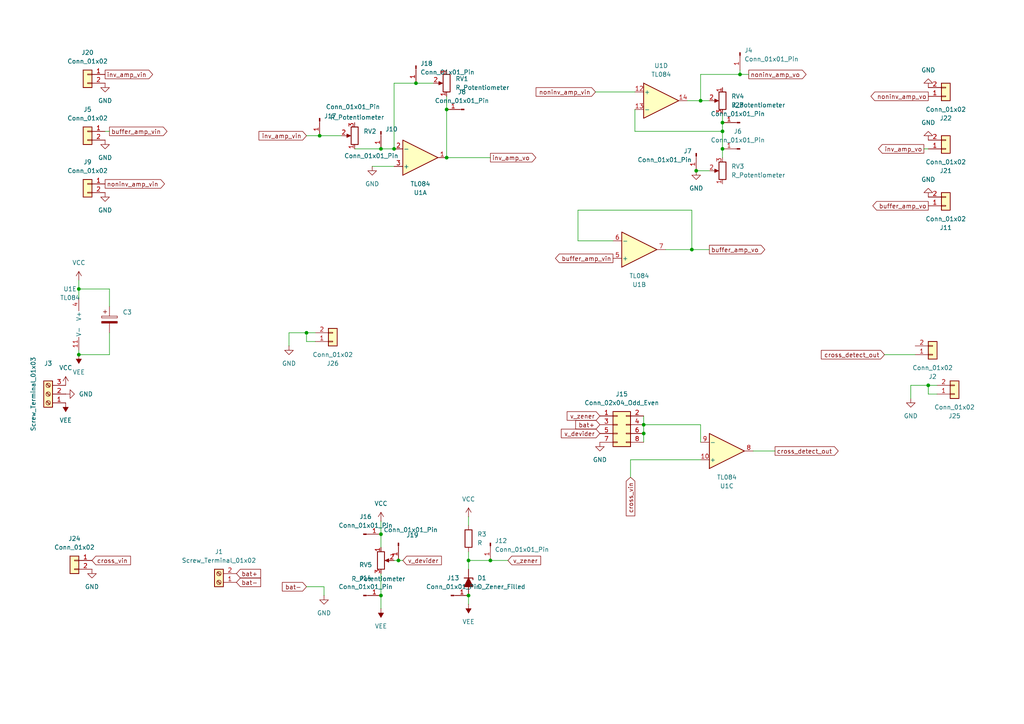
<source format=kicad_sch>
(kicad_sch (version 20250114) (generator "eeschema") (generator_version "9.0")
  (paper "A4")
  (lib_symbols
    (symbol "Amplifier_Operational:TL084" (pin_names (offset 0.127))
      (property "Reference" "U" (at 0 5.08 0))
      (property "Value" "TL084" (at 0 -5.08 0))
      (symbol "TL084_1_1"
        (polyline (pts (xy -5.08 5.08) (xy 5.08 0) (xy -5.08 -5.08) (xy -5.08 5.08)) (stroke (width 0.254)) (fill (type background)))
        (pin input line (at -7.62 2.54 0) (length 2.54) (name "+") (number "3"))
        (pin input line (at -7.62 -2.54 0) (length 2.54) (name "-") (number "2"))
        (pin output line (at 7.62 0 180) (length 2.54) (name "~") (number "1"))
      )
      (symbol "TL084_2_1"
        (polyline (pts (xy -5.08 5.08) (xy 5.08 0) (xy -5.08 -5.08) (xy -5.08 5.08)) (stroke (width 0.254)) (fill (type background)))
        (pin input line (at -7.62 2.54 0) (length 2.54) (name "+") (number "5"))
        (pin input line (at -7.62 -2.54 0) (length 2.54) (name "-") (number "6"))
        (pin output line (at 7.62 0 180) (length 2.54) (name "~") (number "7"))
      )
      (symbol "TL084_3_1"
        (polyline (pts (xy -5.08 5.08) (xy 5.08 0) (xy -5.08 -5.08) (xy -5.08 5.08)) (stroke (width 0.254)) (fill (type background)))
        (pin input line (at -7.62 2.54 0) (length 2.54) (name "+") (number "10"))
        (pin input line (at -7.62 -2.54 0) (length 2.54) (name "-") (number "9"))
        (pin output line (at 7.62 0 180) (length 2.54) (name "~") (number "8"))
      )
      (symbol "TL084_4_1"
        (polyline (pts (xy -5.08 5.08) (xy 5.08 0) (xy -5.08 -5.08) (xy -5.08 5.08)) (stroke (width 0.254)) (fill (type background)))
        (pin input line (at -7.62 2.54 0) (length 2.54) (name "+") (number "12"))
        (pin input line (at -7.62 -2.54 0) (length 2.54) (name "-") (number "13"))
        (pin output line (at 7.62 0 180) (length 2.54) (name "~") (number "14"))
      )
      (symbol "TL084_5_1"
        (pin power_in line (at -2.54 7.62 270) (length 3.81) (name "V+") (number "4"))
        (pin power_in line (at -2.54 -7.62 90) (length 3.81) (name "V-") (number "11"))
      )
    )
    (symbol "Connector:Conn_01x01_Pin" (pin_names (offset 1.016) (hide yes))
      (property "Reference" "J" (at 0 2.54 0))
      (property "Value" "Conn_01x01_Pin" (at 0 -2.54 0))
      (symbol "Conn_01x01_Pin_1_1"
        (rectangle (start 0.8636 0.127) (end 0 -0.127) (stroke (width 0.1524)) (fill (type outline)))
        (polyline (pts (xy 1.27 0) (xy 0.8636 0)) (stroke (width 0.1524)))
        (pin passive line (at 5.08 0 180) (length 3.81) (name "Pin_1") (number "1"))
      )
    )
    (symbol "Connector:Screw_Terminal_01x02" (pin_names (offset 1.016) (hide yes))
      (property "Reference" "J" (at 0 2.54 0))
      (property "Value" "Screw_Terminal_01x02" (at 0 -5.08 0))
      (symbol "Screw_Terminal_01x02_1_1"
        (rectangle (start -1.27 1.27) (end 1.27 -3.81) (stroke (width 0.254)) (fill (type background)))
        (polyline (pts (xy -0.5334 0.3302) (xy 0.3302 -0.508)) (stroke (width 0.1524)))
        (polyline (pts (xy -0.5334 -2.2098) (xy 0.3302 -3.048)) (stroke (width 0.1524)))
        (polyline (pts (xy -0.3556 0.508) (xy 0.508 -0.3302)) (stroke (width 0.1524)))
        (polyline (pts (xy -0.3556 -2.032) (xy 0.508 -2.8702)) (stroke (width 0.1524)))
        (circle (center 0 0) (radius 0.635) (stroke (width 0.1524)))
        (circle (center 0 -2.54) (radius 0.635) (stroke (width 0.1524)))
        (pin passive line (at -5.08 0 0) (length 3.81) (name "Pin_1") (number "1"))
        (pin passive line (at -5.08 -2.54 0) (length 3.81) (name "Pin_2") (number "2"))
      )
    )
    (symbol "Connector:Screw_Terminal_01x03" (pin_names (offset 1.016) (hide yes))
      (property "Reference" "J" (at 0 5.08 0))
      (property "Value" "Screw_Terminal_01x03" (at 0 -5.08 0))
      (symbol "Screw_Terminal_01x03_1_1"
        (rectangle (start -1.27 3.81) (end 1.27 -3.81) (stroke (width 0.254)) (fill (type background)))
        (polyline (pts (xy -0.5334 2.8702) (xy 0.3302 2.032)) (stroke (width 0.1524)))
        (polyline (pts (xy -0.5334 0.3302) (xy 0.3302 -0.508)) (stroke (width 0.1524)))
        (polyline (pts (xy -0.5334 -2.2098) (xy 0.3302 -3.048)) (stroke (width 0.1524)))
        (polyline (pts (xy -0.3556 3.048) (xy 0.508 2.2098)) (stroke (width 0.1524)))
        (polyline (pts (xy -0.3556 0.508) (xy 0.508 -0.3302)) (stroke (width 0.1524)))
        (polyline (pts (xy -0.3556 -2.032) (xy 0.508 -2.8702)) (stroke (width 0.1524)))
        (circle (center 0 2.54) (radius 0.635) (stroke (width 0.1524)))
        (circle (center 0 0) (radius 0.635) (stroke (width 0.1524)))
        (circle (center 0 -2.54) (radius 0.635) (stroke (width 0.1524)))
        (pin passive line (at -5.08 2.54 0) (length 3.81) (name "Pin_1") (number "1"))
        (pin passive line (at -5.08 0 0) (length 3.81) (name "Pin_2") (number "2"))
        (pin passive line (at -5.08 -2.54 0) (length 3.81) (name "Pin_3") (number "3"))
      )
    )
    (symbol "Connector_Generic:Conn_01x02" (pin_names (offset 1.016) (hide yes))
      (property "Reference" "J" (at 0 2.54 0))
      (property "Value" "Conn_01x02" (at 0 -5.08 0))
      (symbol "Conn_01x02_1_1"
        (rectangle (start -1.27 1.27) (end 1.27 -3.81) (stroke (width 0.254)) (fill (type background)))
        (rectangle (start -1.27 0.127) (end 0 -0.127) (stroke (width 0.1524)))
        (rectangle (start -1.27 -2.413) (end 0 -2.667) (stroke (width 0.1524)))
        (pin passive line (at -5.08 0 0) (length 3.81) (name "Pin_1") (number "1"))
        (pin passive line (at -5.08 -2.54 0) (length 3.81) (name "Pin_2") (number "2"))
      )
    )
    (symbol "Connector_Generic:Conn_02x04_Odd_Even" (pin_names (offset 1.016) (hide yes))
      (property "Reference" "J" (at 1.27 5.08 0))
      (property "Value" "Conn_02x04_Odd_Even" (at 1.27 -7.62 0))
      (symbol "Conn_02x04_Odd_Even_1_1"
        (rectangle (start -1.27 3.81) (end 3.81 -6.35) (stroke (width 0.254)) (fill (type background)))
        (rectangle (start -1.27 2.667) (end 0 2.413) (stroke (width 0.1524)))
        (rectangle (start -1.27 0.127) (end 0 -0.127) (stroke (width 0.1524)))
        (rectangle (start -1.27 -2.413) (end 0 -2.667) (stroke (width 0.1524)))
        (rectangle (start -1.27 -4.953) (end 0 -5.207) (stroke (width 0.1524)))
        (rectangle (start 3.81 2.667) (end 2.54 2.413) (stroke (width 0.1524)))
        (rectangle (start 3.81 0.127) (end 2.54 -0.127) (stroke (width 0.1524)))
        (rectangle (start 3.81 -2.413) (end 2.54 -2.667) (stroke (width 0.1524)))
        (rectangle (start 3.81 -4.953) (end 2.54 -5.207) (stroke (width 0.1524)))
        (pin passive line (at -5.08 2.54 0) (length 3.81) (name "Pin_1") (number "1"))
        (pin passive line (at -5.08 0 0) (length 3.81) (name "Pin_3") (number "3"))
        (pin passive line (at -5.08 -2.54 0) (length 3.81) (name "Pin_5") (number "5"))
        (pin passive line (at -5.08 -5.08 0) (length 3.81) (name "Pin_7") (number "7"))
        (pin passive line (at 7.62 2.54 180) (length 3.81) (name "Pin_2") (number "2"))
        (pin passive line (at 7.62 0 180) (length 3.81) (name "Pin_4") (number "4"))
        (pin passive line (at 7.62 -2.54 180) (length 3.81) (name "Pin_6") (number "6"))
        (pin passive line (at 7.62 -5.08 180) (length 3.81) (name "Pin_8") (number "8"))
      )
    )
    (symbol "Device:C_Polarized" (pin_numbers (hide yes)) (pin_names (offset 0.254))
      (property "Reference" "C" (at 0.635 2.54 0))
      (property "Value" "C_Polarized" (at 0.635 -2.54 0))
      (symbol "C_Polarized_0_1"
        (rectangle (start -2.286 0.508) (end 2.286 1.016))
        (polyline (pts (xy -1.778 2.286) (xy -0.762 2.286)))
        (polyline (pts (xy -1.27 2.794) (xy -1.27 1.778)))
        (rectangle (start 2.286 -0.508) (end -2.286 -1.016) (fill (type outline)))
      )
      (symbol "C_Polarized_1_1"
        (pin passive line (at 0 3.81 270) (length 2.794) (name "~") (number "1"))
        (pin passive line (at 0 -3.81 90) (length 2.794) (name "~") (number "2"))
      )
    )
    (symbol "Device:D_Zener_Filled" (pin_numbers (hide yes)) (pin_names (offset 1.016) (hide yes))
      (property "Reference" "D" (at 0 2.54 0))
      (property "Value" "D_Zener_Filled" (at 0 -2.54 0))
      (symbol "D_Zener_Filled_0_1"
        (polyline (pts (xy -1.27 -1.27) (xy -1.27 1.27) (xy -0.762 1.27)) (stroke (width 0.254)))
        (polyline (pts (xy 1.27 0) (xy -1.27 0)))
        (polyline (pts (xy 1.27 -1.27) (xy 1.27 1.27) (xy -1.27 0) (xy 1.27 -1.27)) (stroke (width 0.254)) (fill (type outline)))
      )
      (symbol "D_Zener_Filled_1_1"
        (pin passive line (at -3.81 0 0) (length 2.54) (name "K") (number "1"))
        (pin passive line (at 3.81 0 180) (length 2.54) (name "A") (number "2"))
      )
    )
    (symbol "Device:R" (pin_numbers (hide yes)) (pin_names (offset 0))
      (property "Reference" "R" (at 2.032 0 90))
      (property "Value" "R" (at 0 0 90))
      (symbol "R_0_1"
        (rectangle (start -1.016 -2.54) (end 1.016 2.54) (stroke (width 0.254)))
      )
      (symbol "R_1_1"
        (pin passive line (at 0 3.81 270) (length 1.27) (name "~") (number "1"))
        (pin passive line (at 0 -3.81 90) (length 1.27) (name "~") (number "2"))
      )
    )
    (symbol "Device:R_Potentiometer" (pin_names (offset 1.016) (hide yes))
      (property "Reference" "RV" (at -4.445 0 90))
      (property "Value" "R_Potentiometer" (at -2.54 0 90))
      (symbol "R_Potentiometer_0_1"
        (rectangle (start 1.016 2.54) (end -1.016 -2.54) (stroke (width 0.254)))
        (polyline (pts (xy 1.143 0) (xy 2.286 0.508) (xy 2.286 -0.508) (xy 1.143 0)) (fill (type outline)))
        (polyline (pts (xy 2.54 0) (xy 1.524 0)))
      )
      (symbol "R_Potentiometer_1_1"
        (pin passive line (at 0 3.81 270) (length 1.27) (name "1") (number "1"))
        (pin passive line (at 0 -3.81 90) (length 1.27) (name "3") (number "3"))
        (pin passive line (at 3.81 0 180) (length 1.27) (name "2") (number "2"))
      )
    )
    (symbol "power:GND" (power) (pin_numbers (hide yes)) (pin_names (offset 0) (hide yes))
      (property "Value" "GND" (at 0 -3.81 0))
      (symbol "GND_0_1"
        (polyline (pts (xy 0 0) (xy 0 -1.27) (xy 1.27 -1.27) (xy 0 -2.54) (xy -1.27 -1.27) (xy 0 -1.27)))
      )
      (symbol "GND_1_1"
        (pin power_in line (at 0 0 270) (length 0) (name "~") (number "1"))
      )
    )
    (symbol "power:VCC" (power) (pin_numbers (hide yes)) (pin_names (offset 0) (hide yes))
      (property "Value" "VCC" (at 0 3.556 0))
      (symbol "VCC_0_1"
        (polyline (pts (xy -0.762 1.27) (xy 0 2.54)))
        (polyline (pts (xy 0 2.54) (xy 0.762 1.27)))
        (polyline (pts (xy 0 0) (xy 0 2.54)))
      )
      (symbol "VCC_1_1"
        (pin power_in line (at 0 0 90) (length 0) (name "~") (number "1"))
      )
    )
    (symbol "power:VEE" (power) (pin_numbers (hide yes)) (pin_names (offset 0) (hide yes))
      (property "Value" "VEE" (at 0 3.556 0))
      (symbol "VEE_0_1"
        (polyline (pts (xy 0 0) (xy 0 2.54)))
        (polyline (pts (xy 0.762 1.27) (xy -0.762 1.27) (xy 0 2.54) (xy 0.762 1.27)) (fill (type outline)))
      )
      (symbol "VEE_1_1"
        (pin power_in line (at 0 0 90) (length 0) (name "~") (number "1"))
      )
    )
  )
  (junction (at 110.49 172.72))
  (junction (at 22.86 102.87))
  (junction (at 203.2 29.21))
  (junction (at 214.63 21.59))
  (junction (at 120.65 24.13))
  (junction (at 142.24 162.56))
  (junction (at 209.55 43.18))
  (junction (at 92.71 39.37))
  (junction (at 129.54 31.75))
  (junction (at 110.49 154.94))
  (junction (at 209.55 38.1))
  (junction (at 186.69 123.19))
  (junction (at 88.9 96.52))
  (junction (at 114.3 43.18))
  (junction (at 135.89 162.56))
  (junction (at 129.54 45.72))
  (junction (at 110.49 43.18))
  (junction (at 22.86 83.82))
  (junction (at 200.66 72.39))
  (junction (at 115.57 162.56))
  (junction (at 201.93 49.53))
  (junction (at 135.89 172.72))
  (junction (at 209.55 35.56))
  (junction (at 269.24 111.76))
  (junction (at 186.69 125.73))
  (wire (pts (xy 30.48 38.1) (xy 31.75 38.1)))
  (wire (pts (xy 129.54 31.75) (xy 129.54 27.94)))
  (wire (pts (xy 172.72 26.67) (xy 184.15 26.67)))
  (wire (pts (xy 114.3 24.13) (xy 120.65 24.13)))
  (wire (pts (xy 214.63 20.32) (xy 214.63 21.59)))
  (wire (pts (xy 200.66 72.39) (xy 205.74 72.39)))
  (wire (pts (xy 102.87 43.18) (xy 110.49 43.18)))
  (wire (pts (xy 129.54 45.72) (xy 129.54 31.75)))
  (wire (pts (xy 22.86 83.82) (xy 31.75 83.82)))
  (wire (pts (xy 88.9 39.37) (xy 92.71 39.37)))
  (wire (pts (xy 88.9 96.52) (xy 91.44 96.52)))
  (wire (pts (xy 264.16 111.76) (xy 269.24 111.76)))
  (wire (pts (xy 120.65 24.13) (xy 125.73 24.13)))
  (wire (pts (xy 203.2 29.21) (xy 205.74 29.21)))
  (wire (pts (xy 193.04 72.39) (xy 200.66 72.39)))
  (wire (pts (xy 209.55 35.56) (xy 209.55 38.1)))
  (wire (pts (xy 269.24 111.76) (xy 271.78 111.76)))
  (wire (pts (xy 22.86 83.82) (xy 22.86 86.36)))
  (wire (pts (xy 110.49 166.37) (xy 110.49 172.72)))
  (wire (pts (xy 83.82 96.52) (xy 83.82 100.33)))
  (wire (pts (xy 107.95 48.26) (xy 114.3 48.26)))
  (wire (pts (xy 88.9 170.18) (xy 93.98 170.18)))
  (wire (pts (xy 214.63 21.59) (xy 203.2 21.59)))
  (wire (pts (xy 182.88 138.43) (xy 182.88 133.35)))
  (wire (pts (xy 142.24 162.56) (xy 147.32 162.56)))
  (wire (pts (xy 22.86 102.87) (xy 22.86 101.6)))
  (wire (pts (xy 201.93 49.53) (xy 205.74 49.53)))
  (wire (pts (xy 31.75 88.9) (xy 31.75 83.82)))
  (wire (pts (xy 209.55 33.02) (xy 209.55 35.56)))
  (wire (pts (xy 88.9 99.06) (xy 88.9 96.52)))
  (wire (pts (xy 142.24 45.72) (xy 129.54 45.72)))
  (wire (pts (xy 135.89 149.86) (xy 135.89 152.4)))
  (wire (pts (xy 217.17 21.59) (xy 214.63 21.59)))
  (wire (pts (xy 224.79 130.81) (xy 218.44 130.81)))
  (wire (pts (xy 269.24 114.3) (xy 269.24 111.76)))
  (wire (pts (xy 110.49 154.94) (xy 110.49 158.75)))
  (wire (pts (xy 83.82 96.52) (xy 88.9 96.52)))
  (wire (pts (xy 269.24 43.18) (xy 267.97 43.18)))
  (wire (pts (xy 167.64 69.85) (xy 177.8 69.85)))
  (wire (pts (xy 256.54 102.87) (xy 265.43 102.87)))
  (wire (pts (xy 135.89 160.02) (xy 135.89 162.56)))
  (wire (pts (xy 167.64 60.96) (xy 200.66 60.96)))
  (wire (pts (xy 22.86 102.87) (xy 31.75 102.87)))
  (wire (pts (xy 114.3 162.56) (xy 115.57 162.56)))
  (wire (pts (xy 184.15 38.1) (xy 209.55 38.1)))
  (wire (pts (xy 93.98 170.18) (xy 93.98 172.72)))
  (wire (pts (xy 31.75 96.52) (xy 31.75 102.87)))
  (wire (pts (xy 199.39 29.21) (xy 203.2 29.21)))
  (wire (pts (xy 115.57 162.56) (xy 116.84 162.56)))
  (wire (pts (xy 203.2 123.19) (xy 203.2 128.27)))
  (wire (pts (xy 91.44 99.06) (xy 88.9 99.06)))
  (wire (pts (xy 92.71 39.37) (xy 99.06 39.37)))
  (wire (pts (xy 271.78 114.3) (xy 269.24 114.3)))
  (wire (pts (xy 114.3 24.13) (xy 114.3 43.18)))
  (wire (pts (xy 209.55 38.1) (xy 209.55 43.18)))
  (wire (pts (xy 186.69 120.65) (xy 186.69 123.19)))
  (wire (pts (xy 110.49 172.72) (xy 110.49 176.53)))
  (wire (pts (xy 264.16 111.76) (xy 264.16 115.57)))
  (wire (pts (xy 167.64 69.85) (xy 167.64 60.96)))
  (wire (pts (xy 186.69 125.73) (xy 186.69 128.27)))
  (wire (pts (xy 135.89 172.72) (xy 135.89 175.26)))
  (wire (pts (xy 110.49 43.18) (xy 114.3 43.18)))
  (wire (pts (xy 142.24 162.56) (xy 135.89 162.56)))
  (wire (pts (xy 203.2 21.59) (xy 203.2 29.21)))
  (wire (pts (xy 184.15 31.75) (xy 184.15 38.1)))
  (wire (pts (xy 200.66 60.96) (xy 200.66 72.39)))
  (wire (pts (xy 110.49 151.13) (xy 110.49 154.94)))
  (wire (pts (xy 135.89 162.56) (xy 135.89 165.1)))
  (wire (pts (xy 186.69 123.19) (xy 186.69 125.73)))
  (wire (pts (xy 186.69 123.19) (xy 203.2 123.19)))
  (wire (pts (xy 209.55 43.18) (xy 209.55 45.72)))
  (wire (pts (xy 22.86 81.28) (xy 22.86 83.82)))
  (wire (pts (xy 182.88 133.35) (xy 203.2 133.35)))
  (global_label "cross_vin" (shape input) (at 182.88 138.43 270) (property "Intersheetrefs" "${INTERSHEET_REFS}" (effects (hide yes))))
  (global_label "bat-" (shape input) (at 68.58 168.91 0) (property "Intersheetrefs" "${INTERSHEET_REFS}" (effects (hide yes))))
  (global_label "bat+" (shape input) (at 68.58 166.37 0) (property "Intersheetrefs" "${INTERSHEET_REFS}" (effects (hide yes))))
  (global_label "v_devider" (shape input) (at 173.99 125.73 180) (property "Intersheetrefs" "${INTERSHEET_REFS}" (effects (hide yes))))
  (global_label "v_devider" (shape input) (at 116.84 162.56 0) (property "Intersheetrefs" "${INTERSHEET_REFS}" (effects (hide yes))))
  (global_label "inv_amp_vin" (shape input) (at 88.9 39.37 180) (property "Intersheetrefs" "${INTERSHEET_REFS}" (effects (hide yes))))
  (global_label "inv_amp_vo" (shape output) (at 267.97 43.18 180) (property "Intersheetrefs" "${INTERSHEET_REFS}" (effects (hide yes))))
  (global_label "bat+" (shape input) (at 173.99 123.19 180) (property "Intersheetrefs" "${INTERSHEET_REFS}" (effects (hide yes))))
  (global_label "cross_detect_out" (shape output) (at 224.79 130.81 0) (property "Intersheetrefs" "${INTERSHEET_REFS}" (effects (hide yes))))
  (global_label "cross_vin" (shape input) (at 26.67 162.56 0) (property "Intersheetrefs" "${INTERSHEET_REFS}" (effects (hide yes))))
  (global_label "noninv_amp_vo" (shape output) (at 269.24 27.94 180) (property "Intersheetrefs" "${INTERSHEET_REFS}" (effects (hide yes))))
  (global_label "noninv_amp_vin" (shape input) (at 172.72 26.67 180) (property "Intersheetrefs" "${INTERSHEET_REFS}" (effects (hide yes))))
  (global_label "cross_detect_out" (shape input) (at 256.54 102.87 180) (property "Intersheetrefs" "${INTERSHEET_REFS}" (effects (hide yes))))
  (global_label "buffer_amp_vo" (shape output) (at 269.24 59.69 180) (property "Intersheetrefs" "${INTERSHEET_REFS}" (effects (hide yes))))
  (global_label "v_zener" (shape input) (at 173.99 120.65 180) (property "Intersheetrefs" "${INTERSHEET_REFS}" (effects (hide yes))))
  (global_label "noninv_amp_vo" (shape output) (at 217.17 21.59 0) (property "Intersheetrefs" "${INTERSHEET_REFS}" (effects (hide yes))))
  (global_label "bat-" (shape input) (at 88.9 170.18 180) (property "Intersheetrefs" "${INTERSHEET_REFS}" (effects (hide yes))))
  (global_label "noninv_amp_vin" (shape output) (at 30.48 53.34 0) (property "Intersheetrefs" "${INTERSHEET_REFS}" (effects (hide yes))))
  (global_label "inv_amp_vin" (shape output) (at 30.48 21.59 0) (property "Intersheetrefs" "${INTERSHEET_REFS}" (effects (hide yes))))
  (global_label "inv_amp_vo" (shape output) (at 142.24 45.72 0) (property "Intersheetrefs" "${INTERSHEET_REFS}" (effects (hide yes))))
  (global_label "buffer_amp_vin" (shape output) (at 31.75 38.1 0) (property "Intersheetrefs" "${INTERSHEET_REFS}" (effects (hide yes))))
  (global_label "v_zener" (shape input) (at 147.32 162.56 0) (property "Intersheetrefs" "${INTERSHEET_REFS}" (effects (hide yes))))
  (global_label "buffer_amp_vin" (shape output) (at 177.8 74.93 180) (property "Intersheetrefs" "${INTERSHEET_REFS}" (effects (hide yes))))
  (global_label "buffer_amp_vo" (shape output) (at 205.74 72.39 0) (property "Intersheetrefs" "${INTERSHEET_REFS}" (effects (hide yes))))
  (symbol (lib_id "Connector_Generic:Conn_01x02") (at 274.32 43.18 0) (mirror x) (unit 1)
    (property "Reference" "J21" (at 274.32 49.53 0))
    (property "Value" "Conn_01x02" (at 274.32 46.99 0))
    (property "Footprint" "Connector_PinHeader_2.54mm:PinHeader_1x02_P2.54mm_input" (effects (hide yes)))
    (property "Description" "Generic connector, single row, 01x02, script generated (kicad-library-utils/schlib/autogen/connector/)" (effects (hide yes)))
  )
  (symbol (lib_id "Device:D_Zener_Filled") (at 135.89 168.91 270) (unit 1)
    (property "Reference" "D1" (at 138.43 167.6399 90) (effects (justify left)))
    (property "Value" "D_Zener_Filled" (at 138.43 170.1799 90) (effects (justify left)))
    (property "Footprint" "Diode_THT:D_A-405_P10.16mm_Horizontal" (effects (hide yes)))
    (property "Description" "Zener diode, filled shape" (effects (hide yes)))
  )
  (symbol (lib_id "Connector:Conn_01x01_Pin") (at 120.65 19.05 270) (unit 1)
    (property "Reference" "J18" (at 121.92 18.4149 90) (effects (justify left)))
    (property "Value" "Conn_01x01_Pin" (at 121.92 20.9549 90) (effects (justify left)))
    (property "Footprint" "Connector_PinHeader_2.54mm:PinHeader_1x01_P2.54mm_Vertical" (effects (hide yes)))
    (property "Description" "Generic connector, single row, 01x01, script generated" (effects (hide yes)))
  )
  (symbol (lib_id "Amplifier_Operational:TL084") (at 185.42 72.39 0) (mirror x) (unit 2)
    (property "Reference" "U1" (at 185.42 82.55 0))
    (property "Value" "TL084" (at 185.42 80.01 0))
    (property "Footprint" "Package_DIP:DIP-14_W7.62mm_Socket_LongPads" (effects (hide yes)))
    (property "Datasheet" "http://www.ti.com/lit/ds/symlink/tl081.pdf" (effects (hide yes)))
    (property "Description" "Quad JFET-Input Operational Amplifiers, DIP-14/SOIC-14/SSOP-14" (effects (hide yes)))
  )
  (symbol (lib_id "power:VEE") (at 19.05 116.84 180) (unit 1)
    (property "Reference" "#PWR010" (effects (hide yes)))
    (property "Value" "VEE" (at 19.05 121.92 0))
    (property "Description" "Power symbol creates a global label with name \"VEE\"" (effects (hide yes)))
  )
  (symbol (lib_id "Connector:Conn_01x01_Pin") (at 142.24 157.48 270) (unit 1)
    (property "Reference" "J12" (at 143.51 156.8449 90) (effects (justify left)))
    (property "Value" "Conn_01x01_Pin" (at 143.51 159.3849 90) (effects (justify left)))
    (property "Footprint" "Connector_PinHeader_2.54mm:PinHeader_1x01_P2.54mm_Vertical" (effects (hide yes)))
    (property "Description" "Generic connector, single row, 01x01, script generated" (effects (hide yes)))
  )
  (symbol (lib_id "Connector_Generic:Conn_01x02") (at 25.4 53.34 0) (mirror y) (unit 1)
    (property "Reference" "J9" (at 25.4 46.99 0))
    (property "Value" "Conn_01x02" (at 25.4 49.53 0))
    (property "Footprint" "Connector_PinHeader_2.54mm:PinHeader_1x02_P2.54mm_input" (effects (hide yes)))
    (property "Description" "Generic connector, single row, 01x02, script generated (kicad-library-utils/schlib/autogen/connector/)" (effects (hide yes)))
  )
  (symbol (lib_id "power:GND") (at 26.67 165.1 0) (unit 1)
    (property "Reference" "#PWR014" (effects (hide yes)))
    (property "Value" "GND" (at 26.67 170.18 0))
    (property "Description" "Power symbol creates a global label with name \"GND\" , ground" (effects (hide yes)))
  )
  (symbol (lib_id "Device:R_Potentiometer") (at 110.49 162.56 0) (unit 1)
    (property "Reference" "RV5" (at 107.95 163.8301 0) (effects (justify right)))
    (property "Value" "R_Potentiometer" (at 117.602 167.894 0) (effects (justify right)))
    (property "Footprint" "Potentiometer_THT:Potentiometer_ACP_CA9-H5_Horizontal" (effects (hide yes)))
    (property "Description" "Potentiometer" (effects (hide yes)))
  )
  (symbol (lib_id "power:VEE") (at 22.86 102.87 180) (unit 1)
    (property "Reference" "#PWR011" (effects (hide yes)))
    (property "Value" "VEE" (at 22.86 107.95 0))
    (property "Description" "Power symbol creates a global label with name \"VEE\"" (effects (hide yes)))
  )
  (symbol (lib_id "power:VEE") (at 135.89 175.26 180) (unit 1)
    (property "Reference" "#PWR04" (effects (hide yes)))
    (property "Value" "VEE" (at 135.89 180.34 0))
    (property "Description" "Power symbol creates a global label with name \"VEE\"" (effects (hide yes)))
  )
  (symbol (lib_id "power:GND") (at 93.98 172.72 0) (unit 1)
    (property "Reference" "#PWR05" (effects (hide yes)))
    (property "Value" "GND" (at 93.98 177.8 0))
    (property "Description" "Power symbol creates a global label with name \"GND\" , ground" (effects (hide yes)))
  )
  (symbol (lib_id "Connector_Generic:Conn_01x02") (at 21.59 162.56 0) (mirror y) (unit 1)
    (property "Reference" "J24" (at 21.59 156.21 0))
    (property "Value" "Conn_01x02" (at 21.59 158.75 0))
    (property "Footprint" "Connector_PinHeader_2.54mm:PinHeader_1x02_P2.54mm_input" (effects (hide yes)))
    (property "Description" "Generic connector, single row, 01x02, script generated (kicad-library-utils/schlib/autogen/connector/)" (effects (hide yes)))
  )
  (symbol (lib_id "Connector:Conn_01x01_Pin") (at 115.57 157.48 90) (mirror x) (unit 1)
    (property "Reference" "J19" (at 121.412 155.194 90) (effects (justify left)))
    (property "Value" "Conn_01x01_Pin" (at 127 153.67 90) (effects (justify left)))
    (property "Footprint" "Connector_PinHeader_2.54mm:PinHeader_1x01_P2.54mm_Vertical" (effects (hide yes)))
    (property "Description" "Generic connector, single row, 01x01, script generated" (effects (hide yes)))
  )
  (symbol (lib_id "Connector:Conn_01x01_Pin") (at 134.62 31.75 180) (unit 1)
    (property "Reference" "J8" (at 133.985 26.67 0))
    (property "Value" "Conn_01x01_Pin" (at 133.985 29.21 0))
    (property "Footprint" "Connector_PinHeader_2.54mm:PinHeader_1x01_P2.54mm_Vertical" (effects (hide yes)))
    (property "Description" "Generic connector, single row, 01x01, script generated" (effects (hide yes)))
  )
  (symbol (lib_id "power:GND") (at 269.24 40.64 180) (unit 1)
    (property "Reference" "#PWR021" (effects (hide yes)))
    (property "Value" "GND" (at 269.24 35.56 0))
    (property "Description" "Power symbol creates a global label with name \"GND\" , ground" (effects (hide yes)))
  )
  (symbol (lib_id "power:GND") (at 83.82 100.33 0) (unit 1)
    (property "Reference" "#PWR015" (effects (hide yes)))
    (property "Value" "GND" (at 83.82 105.41 0))
    (property "Description" "Power symbol creates a global label with name \"GND\" , ground" (effects (hide yes)))
  )
  (symbol (lib_id "power:GND") (at 269.24 25.4 180) (unit 1)
    (property "Reference" "#PWR022" (effects (hide yes)))
    (property "Value" "GND" (at 269.24 20.32 0))
    (property "Description" "Power symbol creates a global label with name \"GND\" , ground" (effects (hide yes)))
  )
  (symbol (lib_id "Device:R_Potentiometer") (at 209.55 49.53 180) (unit 1)
    (property "Reference" "RV3" (at 212.09 48.2599 0) (effects (justify right)))
    (property "Value" "R_Potentiometer" (at 212.09 50.7999 0) (effects (justify right)))
    (property "Footprint" "Potentiometer_THT:Potentiometer_ACP_CA9-H5_Horizontal" (effects (hide yes)))
    (property "Description" "Potentiometer" (effects (hide yes)))
  )
  (symbol (lib_id "Device:R") (at 135.89 156.21 0) (unit 1)
    (property "Reference" "R3" (at 138.43 154.9399 0) (effects (justify left)))
    (property "Value" "R" (at 138.43 157.4799 0) (effects (justify left)))
    (property "Footprint" "Resistor_THT:R_Axial_DIN0207_L6.3mm_D2.5mm_P7.62mm_Horizontal" (effects (hide yes)))
    (property "Description" "Resistor" (effects (hide yes)))
  )
  (symbol (lib_id "Connector:Conn_01x01_Pin") (at 105.41 172.72 0) (unit 1)
    (property "Reference" "J14" (at 106.045 167.64 0))
    (property "Value" "Conn_01x01_Pin" (at 106.045 170.18 0))
    (property "Footprint" "Connector_PinHeader_2.54mm:PinHeader_1x01_P2.54mm_Vertical" (effects (hide yes)))
    (property "Description" "Generic connector, single row, 01x01, script generated" (effects (hide yes)))
  )
  (symbol (lib_id "power:GND") (at 269.24 57.15 180) (unit 1)
    (property "Reference" "#PWR020" (effects (hide yes)))
    (property "Value" "GND" (at 269.24 52.07 0))
    (property "Description" "Power symbol creates a global label with name \"GND\" , ground" (effects (hide yes)))
  )
  (symbol (lib_id "Device:R_Potentiometer") (at 209.55 29.21 0) (mirror y) (unit 1)
    (property "Reference" "RV4" (at 212.09 27.9399 0) (effects (justify right)))
    (property "Value" "R_Potentiometer" (at 212.09 30.4799 0) (effects (justify right)))
    (property "Footprint" "Potentiometer_THT:Potentiometer_ACP_CA9-H5_Horizontal" (effects (hide yes)))
    (property "Description" "Potentiometer" (effects (hide yes)))
  )
  (symbol (lib_id "Connector:Conn_01x01_Pin") (at 105.41 154.94 0) (unit 1)
    (property "Reference" "J16" (at 106.045 149.86 0))
    (property "Value" "Conn_01x01_Pin" (at 106.045 152.4 0))
    (property "Footprint" "Connector_PinHeader_2.54mm:PinHeader_1x01_P2.54mm_Vertical" (effects (hide yes)))
    (property "Description" "Generic connector, single row, 01x01, script generated" (effects (hide yes)))
  )
  (symbol (lib_id "Connector_Generic:Conn_01x02") (at 25.4 38.1 0) (mirror y) (unit 1)
    (property "Reference" "J5" (at 25.4 31.75 0))
    (property "Value" "Conn_01x02" (at 25.4 34.29 0))
    (property "Footprint" "Connector_PinHeader_2.54mm:PinHeader_1x02_P2.54mm_input" (effects (hide yes)))
    (property "Description" "Generic connector, single row, 01x02, script generated (kicad-library-utils/schlib/autogen/connector/)" (effects (hide yes)))
  )
  (symbol (lib_id "Connector_Generic:Conn_01x02") (at 274.32 59.69 0) (mirror x) (unit 1)
    (property "Reference" "J11" (at 274.32 66.04 0))
    (property "Value" "Conn_01x02" (at 274.32 63.5 0))
    (property "Footprint" "Connector_PinHeader_2.54mm:PinHeader_1x02_P2.54mm_input" (effects (hide yes)))
    (property "Description" "Generic connector, single row, 01x02, script generated (kicad-library-utils/schlib/autogen/connector/)" (effects (hide yes)))
  )
  (symbol (lib_id "Connector_Generic:Conn_01x02") (at 274.32 27.94 0) (mirror x) (unit 1)
    (property "Reference" "J22" (at 274.32 34.29 0))
    (property "Value" "Conn_01x02" (at 274.32 31.75 0))
    (property "Footprint" "Connector_PinHeader_2.54mm:PinHeader_1x02_P2.54mm_input" (effects (hide yes)))
    (property "Description" "Generic connector, single row, 01x02, script generated (kicad-library-utils/schlib/autogen/connector/)" (effects (hide yes)))
  )
  (symbol (lib_id "power:VEE") (at 110.49 176.53 180) (unit 1)
    (property "Reference" "#PWR03" (effects (hide yes)))
    (property "Value" "VEE" (at 110.49 181.61 0))
    (property "Description" "Power symbol creates a global label with name \"VEE\"" (effects (hide yes)))
  )
  (symbol (lib_id "power:VCC") (at 135.89 149.86 0) (unit 1)
    (property "Reference" "#PWR07" (effects (hide yes)))
    (property "Value" "VCC" (at 135.89 144.78 0))
    (property "Description" "Power symbol creates a global label with name \"VCC\"" (effects (hide yes)))
  )
  (symbol (lib_id "Connector:Screw_Terminal_01x03") (at 13.97 114.3 180) (unit 1)
    (property "Reference" "J3" (at 13.97 105.41 0))
    (property "Value" "Screw_Terminal_01x03" (at 9.652 114.3 90))
    (property "Footprint" "TerminalBlock:TerminalBlock_MaiXu_MX126-5.0-03P_1x03_P5.00mm" (effects (hide yes)))
    (property "Description" "Generic screw terminal, single row, 01x03, script generated (kicad-library-utils/schlib/autogen/connector/)" (effects (hide yes)))
  )
  (symbol (lib_id "Connector:Screw_Terminal_01x02") (at 63.5 168.91 180) (unit 1)
    (property "Reference" "J1" (at 63.5 160.02 0))
    (property "Value" "Screw_Terminal_01x02" (at 63.5 162.56 0))
    (property "Footprint" "TerminalBlock:TerminalBlock_MaiXu_MX126-5.0-02P_1x02_P5.00mm" (effects (hide yes)))
    (property "Description" "Generic screw terminal, single row, 01x02, script generated (kicad-library-utils/schlib/autogen/connector/)" (effects (hide yes)))
  )
  (symbol (lib_id "Amplifier_Operational:TL084") (at 191.77 29.21 0) (unit 4)
    (property "Reference" "U1" (at 191.77 19.05 0))
    (property "Value" "TL084" (at 191.77 21.59 0))
    (property "Footprint" "Package_DIP:DIP-14_W7.62mm_Socket_LongPads" (effects (hide yes)))
    (property "Datasheet" "http://www.ti.com/lit/ds/symlink/tl081.pdf" (effects (hide yes)))
    (property "Description" "Quad JFET-Input Operational Amplifiers, DIP-14/SOIC-14/SSOP-14" (effects (hide yes)))
  )
  (symbol (lib_id "Device:R_Potentiometer") (at 102.87 39.37 180) (unit 1)
    (property "Reference" "RV2" (at 105.41 38.0999 0) (effects (justify right)))
    (property "Value" "R_Potentiometer" (at 95.758 34.036 0) (effects (justify right)))
    (property "Footprint" "Potentiometer_THT:Potentiometer_ACP_CA9-H5_Horizontal" (effects (hide yes)))
    (property "Description" "Potentiometer" (effects (hide yes)))
  )
  (symbol (lib_id "power:GND") (at 19.05 114.3 90) (unit 1)
    (property "Reference" "#PWR08" (effects (hide yes)))
    (property "Value" "GND" (at 22.86 114.2999 90) (effects (justify right)))
    (property "Description" "Power symbol creates a global label with name \"GND\" , ground" (effects (hide yes)))
  )
  (symbol (lib_id "Device:C_Polarized") (at 31.75 92.71 0) (unit 1)
    (property "Reference" "C3" (at 35.56 90.5509 0) (effects (justify left)))
    (property "Value" "C_Polarized" (effects (hide yes)))
    (property "Footprint" "Capacitor_THT:CP_Radial_D8.0mm_P5.00mm" (effects (hide yes)))
    (property "Description" "Polarized capacitor" (effects (hide yes)))
  )
  (symbol (lib_id "power:VCC") (at 19.05 111.76 0) (unit 1)
    (property "Reference" "#PWR09" (effects (hide yes)))
    (property "Value" "VCC" (at 19.05 106.68 0))
    (property "Description" "Power symbol creates a global label with name \"VCC\"" (effects (hide yes)))
  )
  (symbol (lib_id "power:GND") (at 173.99 128.27 0) (unit 1)
    (property "Reference" "#PWR013" (effects (hide yes)))
    (property "Value" "GND" (at 173.99 133.35 0))
    (property "Description" "Power symbol creates a global label with name \"GND\" , ground" (effects (hide yes)))
  )
  (symbol (lib_id "Connector:Conn_01x01_Pin") (at 214.63 35.56 180) (unit 1)
    (property "Reference" "J23" (at 213.995 30.48 0))
    (property "Value" "Conn_01x01_Pin" (at 213.995 33.02 0))
    (property "Footprint" "Connector_PinHeader_2.54mm:PinHeader_1x01_P2.54mm_Vertical" (effects (hide yes)))
    (property "Description" "Generic connector, single row, 01x01, script generated" (effects (hide yes)))
  )
  (symbol (lib_id "power:VCC") (at 110.49 151.13 0) (unit 1)
    (property "Reference" "#PWR06" (effects (hide yes)))
    (property "Value" "VCC" (at 110.49 146.05 0))
    (property "Description" "Power symbol creates a global label with name \"VCC\"" (effects (hide yes)))
  )
  (symbol (lib_id "power:GND") (at 30.48 24.13 0) (unit 1)
    (property "Reference" "#PWR018" (effects (hide yes)))
    (property "Value" "GND" (at 30.48 29.21 0))
    (property "Description" "Power symbol creates a global label with name \"GND\" , ground" (effects (hide yes)))
  )
  (symbol (lib_id "Connector:Conn_01x01_Pin") (at 214.63 43.18 180) (unit 1)
    (property "Reference" "J6" (at 213.995 38.1 0))
    (property "Value" "Conn_01x01_Pin" (at 213.995 40.64 0))
    (property "Footprint" "Connector_PinHeader_2.54mm:PinHeader_1x01_P2.54mm_Vertical" (effects (hide yes)))
    (property "Description" "Generic connector, single row, 01x01, script generated" (effects (hide yes)))
  )
  (symbol (lib_id "power:GND") (at 264.16 115.57 0) (unit 1)
    (property "Reference" "#PWR016" (effects (hide yes)))
    (property "Value" "GND" (at 264.16 120.65 0))
    (property "Description" "Power symbol creates a global label with name \"GND\" , ground" (effects (hide yes)))
  )
  (symbol (lib_id "power:GND") (at 30.48 40.64 0) (unit 1)
    (property "Reference" "#PWR017" (effects (hide yes)))
    (property "Value" "GND" (at 30.48 45.72 0))
    (property "Description" "Power symbol creates a global label with name \"GND\" , ground" (effects (hide yes)))
  )
  (symbol (lib_id "Connector_Generic:Conn_01x02") (at 25.4 21.59 0) (mirror y) (unit 1)
    (property "Reference" "J20" (at 25.4 15.24 0))
    (property "Value" "Conn_01x02" (at 25.4 17.78 0))
    (property "Footprint" "Connector_PinHeader_2.54mm:PinHeader_1x02_P2.54mm_input" (effects (hide yes)))
    (property "Description" "Generic connector, single row, 01x02, script generated (kicad-library-utils/schlib/autogen/connector/)" (effects (hide yes)))
  )
  (symbol (lib_id "Device:R_Potentiometer") (at 129.54 24.13 180) (unit 1)
    (property "Reference" "RV1" (at 132.08 22.8599 0) (effects (justify right)))
    (property "Value" "R_Potentiometer" (at 132.08 25.3999 0) (effects (justify right)))
    (property "Footprint" "Potentiometer_THT:Potentiometer_ACP_CA9-H5_Horizontal" (effects (hide yes)))
    (property "Description" "Potentiometer" (effects (hide yes)))
  )
  (symbol (lib_id "Connector_Generic:Conn_01x02") (at 96.52 99.06 0) (mirror x) (unit 1)
    (property "Reference" "J26" (at 96.52 105.41 0))
    (property "Value" "Conn_01x02" (at 96.52 102.87 0))
    (property "Footprint" "Connector_PinHeader_2.54mm:PinHeader_1x02_P2.54mm_input" (effects (hide yes)))
    (property "Description" "Generic connector, single row, 01x02, script generated (kicad-library-utils/schlib/autogen/connector/)" (effects (hide yes)))
  )
  (symbol (lib_id "Connector_Generic:Conn_01x02") (at 270.51 102.87 0) (mirror x) (unit 1)
    (property "Reference" "J2" (at 270.51 109.22 0))
    (property "Value" "Conn_01x02" (at 270.51 106.68 0))
    (property "Footprint" "Connector_PinHeader_2.54mm:PinHeader_1x02_P2.54mm_input" (effects (hide yes)))
    (property "Description" "Generic connector, single row, 01x02, script generated (kicad-library-utils/schlib/autogen/connector/)" (effects (hide yes)))
  )
  (symbol (lib_id "Amplifier_Operational:TL084") (at 210.82 130.81 0) (mirror x) (unit 3)
    (property "Reference" "U1" (at 210.82 140.97 0))
    (property "Value" "TL084" (at 210.82 138.43 0))
    (property "Footprint" "Package_DIP:DIP-14_W7.62mm_Socket_LongPads" (effects (hide yes)))
    (property "Datasheet" "http://www.ti.com/lit/ds/symlink/tl081.pdf" (effects (hide yes)))
    (property "Description" "Quad JFET-Input Operational Amplifiers, DIP-14/SOIC-14/SSOP-14" (effects (hide yes)))
  )
  (symbol (lib_id "Connector:Conn_01x01_Pin") (at 201.93 44.45 90) (mirror x) (unit 1)
    (property "Reference" "J7" (at 200.66 43.8149 90) (effects (justify left)))
    (property "Value" "Conn_01x01_Pin" (at 200.66 46.3549 90) (effects (justify left)))
    (property "Footprint" "Connector_PinHeader_2.54mm:PinHeader_1x01_P2.54mm_Vertical" (effects (hide yes)))
    (property "Description" "Generic connector, single row, 01x01, script generated" (effects (hide yes)))
  )
  (symbol (lib_id "Connector_Generic:Conn_02x04_Odd_Even") (at 179.07 123.19 0) (unit 1)
    (property "Reference" "J15" (at 180.34 114.3 0))
    (property "Value" "Conn_02x04_Odd_Even" (at 180.34 116.84 0))
    (property "Footprint" "Connector_PinHeader_2.54mm:PinHeader_2x04_P2.54mm_Vertical" (effects (hide yes)))
    (property "Description" "Generic connector, double row, 02x04, odd/even pin numbering scheme (row 1 odd numbers, row 2 even numbers), script generated (kicad-library-utils/schlib/autogen/connector/)" (effects (hide yes)))
  )
  (symbol (lib_id "Amplifier_Operational:TL084") (at 121.92 45.72 0) (mirror x) (unit 1)
    (property "Reference" "U1" (at 121.92 55.88 0))
    (property "Value" "TL084" (at 121.92 53.34 0))
    (property "Footprint" "Package_DIP:DIP-14_W7.62mm_Socket_LongPads" (effects (hide yes)))
    (property "Datasheet" "http://www.ti.com/lit/ds/symlink/tl081.pdf" (effects (hide yes)))
    (property "Description" "Quad JFET-Input Operational Amplifiers, DIP-14/SOIC-14/SSOP-14" (effects (hide yes)))
  )
  (symbol (lib_id "Connector:Conn_01x01_Pin") (at 130.81 172.72 0) (unit 1)
    (property "Reference" "J13" (at 131.445 167.64 0))
    (property "Value" "Conn_01x01_Pin" (at 131.445 170.18 0))
    (property "Footprint" "Connector_PinHeader_2.54mm:PinHeader_1x01_P2.54mm_Vertical" (effects (hide yes)))
    (property "Description" "Generic connector, single row, 01x01, script generated" (effects (hide yes)))
  )
  (symbol (lib_id "power:GND") (at 30.48 55.88 0) (unit 1)
    (property "Reference" "#PWR019" (effects (hide yes)))
    (property "Value" "GND" (at 30.48 60.96 0))
    (property "Description" "Power symbol creates a global label with name \"GND\" , ground" (effects (hide yes)))
  )
  (symbol (lib_id "power:GND") (at 201.93 49.53 0) (unit 1)
    (property "Reference" "#PWR02" (effects (hide yes)))
    (property "Value" "GND" (at 201.93 54.61 0))
    (property "Description" "Power symbol creates a global label with name \"GND\" , ground" (effects (hide yes)))
  )
  (symbol (lib_id "Connector_Generic:Conn_01x02") (at 276.86 114.3 0) (mirror x) (unit 1)
    (property "Reference" "J25" (at 276.86 120.65 0))
    (property "Value" "Conn_01x02" (at 276.86 118.11 0))
    (property "Footprint" "Connector_PinHeader_2.54mm:PinHeader_1x02_P2.54mm_input" (effects (hide yes)))
    (property "Description" "Generic connector, single row, 01x02, script generated (kicad-library-utils/schlib/autogen/connector/)" (effects (hide yes)))
  )
  (symbol (lib_id "Amplifier_Operational:TL084") (at 20.32 93.98 0) (mirror y) (unit 5)
    (property "Reference" "U1" (at 20.32 83.82 0))
    (property "Value" "TL084" (at 20.32 86.36 0))
    (property "Footprint" "Package_DIP:DIP-14_W7.62mm_Socket_LongPads" (effects (hide yes)))
    (property "Datasheet" "http://www.ti.com/lit/ds/symlink/tl081.pdf" (effects (hide yes)))
    (property "Description" "Quad JFET-Input Operational Amplifiers, DIP-14/SOIC-14/SSOP-14" (effects (hide yes)))
  )
  (symbol (lib_id "Connector:Conn_01x01_Pin") (at 214.63 15.24 270) (unit 1)
    (property "Reference" "J4" (at 215.9 14.6049 90) (effects (justify left)))
    (property "Value" "Conn_01x01_Pin" (at 215.9 17.1449 90) (effects (justify left)))
    (property "Footprint" "Connector_PinHeader_2.54mm:PinHeader_1x01_P2.54mm_Vertical" (effects (hide yes)))
    (property "Description" "Generic connector, single row, 01x01, script generated" (effects (hide yes)))
  )
  (symbol (lib_id "Connector:Conn_01x01_Pin") (at 92.71 34.29 270) (unit 1)
    (property "Reference" "J17" (at 93.98 33.6549 90) (effects (justify left)))
    (property "Value" "Conn_01x01_Pin" (at 94.488 30.988 90) (effects (justify left)))
    (property "Footprint" "Connector_PinHeader_2.54mm:PinHeader_1x01_P2.54mm_Vertical" (effects (hide yes)))
    (property "Description" "Generic connector, single row, 01x01, script generated" (effects (hide yes)))
  )
  (symbol (lib_id "power:GND") (at 107.95 48.26 0) (unit 1)
    (property "Reference" "#PWR01" (effects (hide yes)))
    (property "Value" "GND" (at 107.95 53.34 0))
    (property "Description" "Power symbol creates a global label with name \"GND\" , ground" (effects (hide yes)))
  )
  (symbol (lib_id "Connector:Conn_01x01_Pin") (at 110.49 38.1 270) (unit 1)
    (property "Reference" "J10" (at 111.76 37.4649 90) (effects (justify left)))
    (property "Value" "Conn_01x01_Pin" (at 99.822 45.212 90) (effects (justify left)))
    (property "Footprint" "Connector_PinHeader_2.54mm:PinHeader_1x01_P2.54mm_Vertical" (effects (hide yes)))
    (property "Description" "Generic connector, single row, 01x01, script generated" (effects (hide yes)))
  )
  (symbol (lib_id "power:VCC") (at 22.86 81.28 0) (unit 1)
    (property "Reference" "#PWR012" (effects (hide yes)))
    (property "Value" "VCC" (at 22.86 76.2 0))
    (property "Description" "Power symbol creates a global label with name \"VCC\"" (effects (hide yes)))
  )
)
</source>
